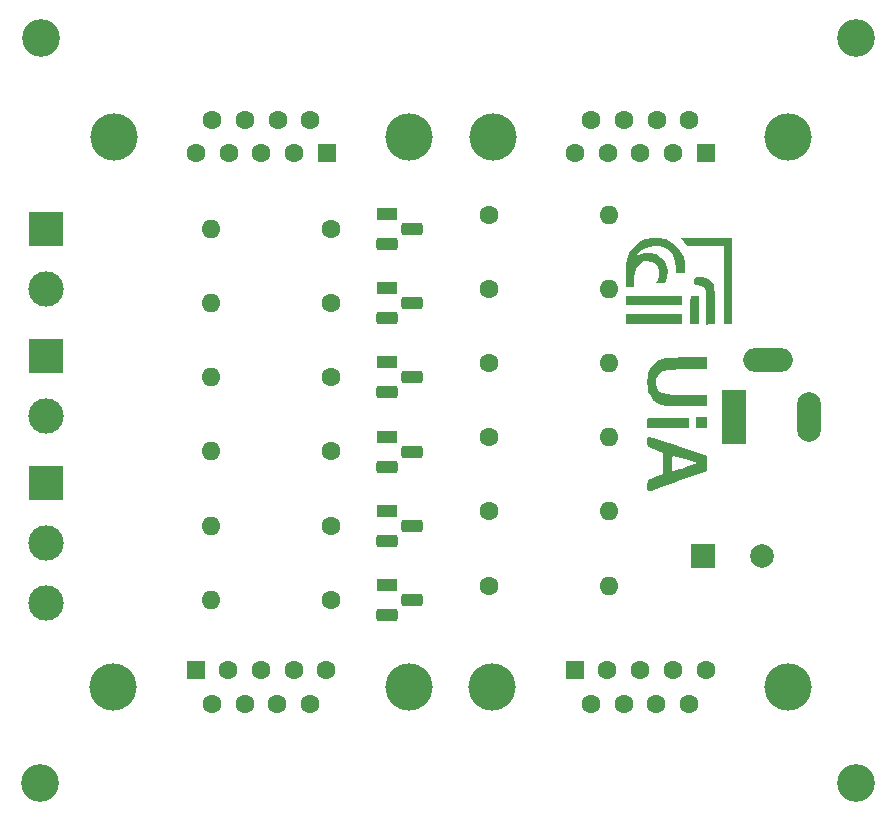
<source format=gbr>
%TF.GenerationSoftware,KiCad,Pcbnew,(6.0.4)*%
%TF.CreationDate,2024-03-21T15:28:48+01:00*%
%TF.ProjectId,Big7segDisplayDrv,42696737-7365-4674-9469-73706c617944,rev?*%
%TF.SameCoordinates,Original*%
%TF.FileFunction,Soldermask,Top*%
%TF.FilePolarity,Negative*%
%FSLAX46Y46*%
G04 Gerber Fmt 4.6, Leading zero omitted, Abs format (unit mm)*
G04 Created by KiCad (PCBNEW (6.0.4)) date 2024-03-21 15:28:48*
%MOMM*%
%LPD*%
G01*
G04 APERTURE LIST*
G04 Aperture macros list*
%AMRoundRect*
0 Rectangle with rounded corners*
0 $1 Rounding radius*
0 $2 $3 $4 $5 $6 $7 $8 $9 X,Y pos of 4 corners*
0 Add a 4 corners polygon primitive as box body*
4,1,4,$2,$3,$4,$5,$6,$7,$8,$9,$2,$3,0*
0 Add four circle primitives for the rounded corners*
1,1,$1+$1,$2,$3*
1,1,$1+$1,$4,$5*
1,1,$1+$1,$6,$7*
1,1,$1+$1,$8,$9*
0 Add four rect primitives between the rounded corners*
20,1,$1+$1,$2,$3,$4,$5,0*
20,1,$1+$1,$4,$5,$6,$7,0*
20,1,$1+$1,$6,$7,$8,$9,0*
20,1,$1+$1,$8,$9,$2,$3,0*%
G04 Aperture macros list end*
%ADD10C,3.200000*%
%ADD11C,4.000000*%
%ADD12R,1.600000X1.600000*%
%ADD13C,1.600000*%
%ADD14R,1.800000X1.100000*%
%ADD15RoundRect,0.275000X-0.625000X0.275000X-0.625000X-0.275000X0.625000X-0.275000X0.625000X0.275000X0*%
%ADD16R,2.000000X4.600000*%
%ADD17O,2.000000X4.200000*%
%ADD18O,4.200000X2.000000*%
%ADD19R,2.000000X2.000000*%
%ADD20C,2.000000*%
%ADD21O,1.600000X1.600000*%
%ADD22R,3.000000X3.000000*%
%ADD23C,3.000000*%
G04 APERTURE END LIST*
%TO.C,G\u002A\u002A\u002A*%
G36*
X155154000Y-93013334D02*
G01*
X150412667Y-93013334D01*
X150412667Y-92166667D01*
X155154000Y-92166667D01*
X155154000Y-93013334D01*
G37*
G36*
X157181594Y-89066113D02*
G01*
X157491187Y-89224768D01*
X157585632Y-89308215D01*
X157717333Y-89484337D01*
X157814476Y-89703985D01*
X157880813Y-89991743D01*
X157920094Y-90372192D01*
X157936071Y-90869918D01*
X157932495Y-91509502D01*
X157931359Y-91574000D01*
X157905667Y-92971000D01*
X157545833Y-92997035D01*
X157186000Y-93023070D01*
X157186000Y-91536535D01*
X157184683Y-90997136D01*
X157178953Y-90600971D01*
X157166142Y-90321949D01*
X157143582Y-90133982D01*
X157108605Y-90010978D01*
X157058543Y-89926847D01*
X157016667Y-89880667D01*
X156755426Y-89739163D01*
X156508667Y-89711334D01*
X156291892Y-89703118D01*
X156195569Y-89646254D01*
X156170814Y-89492413D01*
X156170000Y-89376503D01*
X156182502Y-89157588D01*
X156247881Y-89050309D01*
X156407945Y-88997332D01*
X156452852Y-88988610D01*
X156811339Y-88980582D01*
X157181594Y-89066113D01*
G37*
G36*
X153494851Y-100901312D02*
G01*
X154006546Y-100906053D01*
X154046818Y-100906607D01*
X155686312Y-100929667D01*
X155686305Y-101353000D01*
X155686298Y-101776334D01*
X153938482Y-101799218D01*
X152190667Y-101822102D01*
X152190667Y-101394394D01*
X152212293Y-101102308D01*
X152273257Y-100943315D01*
X152298996Y-100925116D01*
X152414182Y-100913345D01*
X152670600Y-100905255D01*
X153040179Y-100901146D01*
X153494851Y-100901312D01*
G37*
G36*
X159387333Y-93013334D02*
G01*
X158710000Y-93013334D01*
X158710000Y-86409334D01*
X157164833Y-86407807D01*
X155619667Y-86406281D01*
X155339719Y-86069141D01*
X155059772Y-85732000D01*
X159387333Y-85732000D01*
X159387333Y-93013334D01*
G37*
G36*
X153747519Y-85799478D02*
G01*
X154290812Y-86082943D01*
X154546471Y-86285049D01*
X154985383Y-86765205D01*
X155265227Y-87281246D01*
X155395551Y-87853503D01*
X155408000Y-88119291D01*
X155408000Y-88695334D01*
X154646000Y-88695334D01*
X154646000Y-88226947D01*
X154571759Y-87651899D01*
X154356404Y-87151457D01*
X154010988Y-86745075D01*
X153672333Y-86513245D01*
X153287423Y-86387704D01*
X152842413Y-86365197D01*
X152381496Y-86434680D01*
X151948865Y-86585109D01*
X151588713Y-86805439D01*
X151345231Y-87084627D01*
X151338779Y-87096423D01*
X151310807Y-87173964D01*
X151369762Y-87173462D01*
X151544102Y-87092493D01*
X151576190Y-87076204D01*
X152029758Y-86934635D01*
X152507921Y-86940227D01*
X152973384Y-87082522D01*
X153388855Y-87351062D01*
X153669653Y-87663258D01*
X153819418Y-87908253D01*
X153896431Y-88138350D01*
X153923168Y-88432159D01*
X153924786Y-88555645D01*
X153893534Y-89000708D01*
X153790274Y-89303336D01*
X153605341Y-89478535D01*
X153329068Y-89541310D01*
X153289382Y-89542000D01*
X153053673Y-89527577D01*
X152969007Y-89468355D01*
X153018381Y-89340411D01*
X153082360Y-89250651D01*
X153170125Y-89029938D01*
X153202913Y-88720673D01*
X153181296Y-88394266D01*
X153105850Y-88122127D01*
X153072799Y-88061734D01*
X152841617Y-87842962D01*
X152515933Y-87693918D01*
X152163974Y-87637487D01*
X151913718Y-87672936D01*
X151569590Y-87854604D01*
X151322464Y-88147047D01*
X151166552Y-88562068D01*
X151096062Y-89111475D01*
X151090472Y-89351500D01*
X151090000Y-89880667D01*
X150412667Y-89880667D01*
X150412667Y-88702731D01*
X150413939Y-88232471D01*
X150421880Y-87893174D01*
X150442676Y-87646468D01*
X150482511Y-87453982D01*
X150547571Y-87277346D01*
X150644043Y-87078190D01*
X150688437Y-86992078D01*
X151044728Y-86472623D01*
X151497019Y-86075107D01*
X152019376Y-85804282D01*
X152585867Y-85664900D01*
X153170559Y-85661715D01*
X153747519Y-85799478D01*
G37*
G36*
X156311015Y-90572853D02*
G01*
X156551000Y-90600334D01*
X156574491Y-91806834D01*
X156597983Y-93013334D01*
X155831333Y-93013334D01*
X155831333Y-91825343D01*
X155834681Y-91334251D01*
X155846250Y-90988811D01*
X155868330Y-90765445D01*
X155903212Y-90640577D01*
X155951181Y-90591362D01*
X156121336Y-90566277D01*
X156311015Y-90572853D01*
G37*
G36*
X155154000Y-91404667D02*
G01*
X150412667Y-91404667D01*
X150412667Y-90642667D01*
X155154000Y-90642667D01*
X155154000Y-91404667D01*
G37*
G36*
X157270667Y-101818667D02*
G01*
X156339333Y-101818667D01*
X156339333Y-100887334D01*
X157270667Y-100887334D01*
X157270667Y-101818667D01*
G37*
G36*
X154822555Y-103331841D02*
G01*
X157228333Y-104167683D01*
X157228333Y-105395462D01*
X154815333Y-106271961D01*
X154207817Y-106491427D01*
X153649172Y-106690927D01*
X153159906Y-106863320D01*
X152760527Y-107001466D01*
X152471542Y-107098223D01*
X152313458Y-107146450D01*
X152292275Y-107150563D01*
X152228117Y-107099892D01*
X152202423Y-106928220D01*
X152207608Y-106668548D01*
X152233000Y-106184429D01*
X152889167Y-105937849D01*
X153545333Y-105691269D01*
X153545333Y-104782000D01*
X154307333Y-104782000D01*
X154312098Y-105096568D01*
X154324760Y-105333439D01*
X154342870Y-105452542D01*
X154348719Y-105459334D01*
X154439922Y-105433379D01*
X154659736Y-105362421D01*
X154976743Y-105256817D01*
X155359526Y-105126924D01*
X155423681Y-105104954D01*
X156457257Y-104750575D01*
X155445795Y-104429450D01*
X155056006Y-104307084D01*
X154725347Y-104205891D01*
X154486882Y-104135803D01*
X154373675Y-104106755D01*
X154370833Y-104106495D01*
X154341352Y-104183573D01*
X154319149Y-104390028D01*
X154307975Y-104685941D01*
X154307333Y-104782000D01*
X153545333Y-104782000D01*
X153545333Y-103864672D01*
X153143167Y-103716949D01*
X152742273Y-103569835D01*
X152472879Y-103463236D01*
X152308979Y-103375491D01*
X152224567Y-103284943D01*
X152193636Y-103169931D01*
X152190181Y-103008796D01*
X152190667Y-102923654D01*
X152207632Y-102643242D01*
X152261609Y-102511546D01*
X152303722Y-102496000D01*
X152409563Y-102522901D01*
X152654447Y-102599020D01*
X153017644Y-102717476D01*
X153478427Y-102871392D01*
X154016065Y-103053888D01*
X154370833Y-103175894D01*
X154609831Y-103258087D01*
X154822555Y-103331841D01*
G37*
G36*
X157270667Y-96823334D02*
G01*
X155532281Y-96823334D01*
X154855978Y-96826845D01*
X154327393Y-96840389D01*
X153924999Y-96868482D01*
X153627270Y-96915640D01*
X153412681Y-96986380D01*
X153259705Y-97085217D01*
X153146817Y-97216668D01*
X153075865Y-97338685D01*
X152974157Y-97670943D01*
X152973871Y-98030226D01*
X153024190Y-98314465D01*
X153125703Y-98541143D01*
X153295041Y-98716102D01*
X153548832Y-98845184D01*
X153903705Y-98934231D01*
X154376291Y-98989087D01*
X154983218Y-99015593D01*
X155741115Y-99019591D01*
X155789000Y-99019263D01*
X157228333Y-99008671D01*
X157253725Y-99482335D01*
X157279117Y-99956000D01*
X155554592Y-99956000D01*
X154838094Y-99951373D01*
X154267648Y-99934354D01*
X153820149Y-99900238D01*
X153472489Y-99844320D01*
X153201563Y-99761893D01*
X152984264Y-99648252D01*
X152797486Y-99498693D01*
X152671382Y-99368842D01*
X152474789Y-99106837D01*
X152322336Y-98825727D01*
X152281440Y-98713159D01*
X152217160Y-98335648D01*
X152198173Y-97881633D01*
X152223006Y-97424464D01*
X152290184Y-97037487D01*
X152316860Y-96950334D01*
X152516634Y-96593997D01*
X152831854Y-96265939D01*
X153209663Y-96013084D01*
X153497548Y-95902205D01*
X153710129Y-95870708D01*
X154061801Y-95844100D01*
X154522360Y-95823761D01*
X155061602Y-95811073D01*
X155572492Y-95807334D01*
X157270667Y-95807334D01*
X157270667Y-96823334D01*
G37*
%TD*%
D10*
%TO.C,REF\u002A\u002A*%
X100800000Y-131800000D03*
%TD*%
%TO.C,REF\u002A\u002A*%
X100900000Y-68800000D03*
%TD*%
%TO.C,REF\u002A\u002A*%
X169900000Y-131800000D03*
%TD*%
%TO.C,REF\u002A\u002A*%
X169900000Y-68800000D03*
%TD*%
D11*
%TO.C,J6*%
X107010000Y-77110331D03*
X132010000Y-77110331D03*
D12*
X125050000Y-78530331D03*
D13*
X122280000Y-78530331D03*
X119510000Y-78530331D03*
X116740000Y-78530331D03*
X113970000Y-78530331D03*
X123665000Y-75690331D03*
X120895000Y-75690331D03*
X118125000Y-75690331D03*
X115355000Y-75690331D03*
%TD*%
D14*
%TO.C,Q1*%
X130180000Y-83682000D03*
D15*
X132250000Y-84952000D03*
X130180000Y-86222000D03*
%TD*%
D11*
%TO.C,J7*%
X164110000Y-77110331D03*
X139110000Y-77110331D03*
D12*
X157150000Y-78530331D03*
D13*
X154380000Y-78530331D03*
X151610000Y-78530331D03*
X148840000Y-78530331D03*
X146070000Y-78530331D03*
X155765000Y-75690331D03*
X152995000Y-75690331D03*
X150225000Y-75690331D03*
X147455000Y-75690331D03*
%TD*%
D16*
%TO.C,J10*%
X159550000Y-100850000D03*
D17*
X165850000Y-100850000D03*
D18*
X162450000Y-96050000D03*
%TD*%
D14*
%TO.C,Q5*%
X130180000Y-108778000D03*
D15*
X132250000Y-110048000D03*
X130180000Y-111318000D03*
%TD*%
D19*
%TO.C,C1*%
X156932323Y-112600000D03*
D20*
X161932323Y-112600000D03*
%TD*%
D13*
%TO.C,R3*%
X138760000Y-96286000D03*
D21*
X148920000Y-96286000D03*
%TD*%
D22*
%TO.C,J2*%
X101300000Y-95660000D03*
D23*
X101300000Y-100740000D03*
%TD*%
D14*
%TO.C,Q2*%
X130180000Y-89956000D03*
D15*
X132250000Y-91226000D03*
X130180000Y-92496000D03*
%TD*%
D14*
%TO.C,Q4*%
X130180000Y-102504000D03*
D15*
X132250000Y-103774000D03*
X130180000Y-105044000D03*
%TD*%
D13*
%TO.C,R9*%
X125420000Y-97486000D03*
D21*
X115260000Y-97486000D03*
%TD*%
D13*
%TO.C,R1*%
X138760000Y-83726000D03*
D21*
X148920000Y-83726000D03*
%TD*%
D13*
%TO.C,R2*%
X138760000Y-90006000D03*
D21*
X148920000Y-90006000D03*
%TD*%
D11*
%TO.C,J4*%
X131990000Y-123689669D03*
X106990000Y-123689669D03*
D12*
X113950000Y-122269669D03*
D13*
X116720000Y-122269669D03*
X119490000Y-122269669D03*
X122260000Y-122269669D03*
X125030000Y-122269669D03*
X115335000Y-125109669D03*
X118105000Y-125109669D03*
X120875000Y-125109669D03*
X123645000Y-125109669D03*
%TD*%
%TO.C,R8*%
X125420000Y-91206000D03*
D21*
X115260000Y-91206000D03*
%TD*%
D13*
%TO.C,R4*%
X138760000Y-102566000D03*
D21*
X148920000Y-102566000D03*
%TD*%
D14*
%TO.C,Q6*%
X130180000Y-115052000D03*
D15*
X132250000Y-116322000D03*
X130180000Y-117592000D03*
%TD*%
D13*
%TO.C,R10*%
X125420000Y-103766000D03*
D21*
X115260000Y-103766000D03*
%TD*%
D13*
%TO.C,R12*%
X125420000Y-116326000D03*
D21*
X115260000Y-116326000D03*
%TD*%
D13*
%TO.C,R7*%
X125420000Y-84926000D03*
D21*
X115260000Y-84926000D03*
%TD*%
D11*
%TO.C,J5*%
X164090000Y-123689669D03*
X139090000Y-123689669D03*
D12*
X146050000Y-122269669D03*
D13*
X148820000Y-122269669D03*
X151590000Y-122269669D03*
X154360000Y-122269669D03*
X157130000Y-122269669D03*
X147435000Y-125109669D03*
X150205000Y-125109669D03*
X152975000Y-125109669D03*
X155745000Y-125109669D03*
%TD*%
%TO.C,R6*%
X138760000Y-115126000D03*
D21*
X148920000Y-115126000D03*
%TD*%
D13*
%TO.C,R5*%
X138760000Y-108846000D03*
D21*
X148920000Y-108846000D03*
%TD*%
D13*
%TO.C,R11*%
X125420000Y-110046000D03*
D21*
X115260000Y-110046000D03*
%TD*%
D14*
%TO.C,Q3*%
X130180000Y-96230000D03*
D15*
X132250000Y-97500000D03*
X130180000Y-98770000D03*
%TD*%
D22*
%TO.C,J1*%
X101300000Y-84960000D03*
D23*
X101300000Y-90040000D03*
%TD*%
D22*
%TO.C,J3*%
X101300000Y-106420000D03*
D23*
X101300000Y-111500000D03*
X101300000Y-116580000D03*
%TD*%
M02*

</source>
